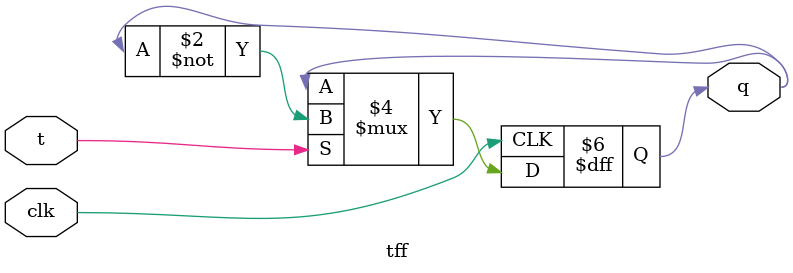
<source format=v>
`timescale 1ns / 1ps

module counter(
input clk,
output Q0,
output Q1,
output Q2
);

wire tt1;
wire tt2;

tff num_1(.clk(clk), .t(1'b1), .q(Q0));
assign tt1 = Q0;
tff num_2(.clk(clk), .t(tt1), .q(Q1));
assign tt2 = Q1&Q0;
tff num_3(.clk(clk), .t(tt2), .q(Q2));

endmodule


module tff(
input clk,
//input rstn,
input t,
output reg q
);

initial begin
q = 0;
end

always @(posedge clk) begin 
if (t)
    q<=~q;
end

endmodule









/*
if (!rstn) 
    q<=0;
else
    if(t)
        q <= ~q;
    else
        q<=q;
end
*/


</source>
